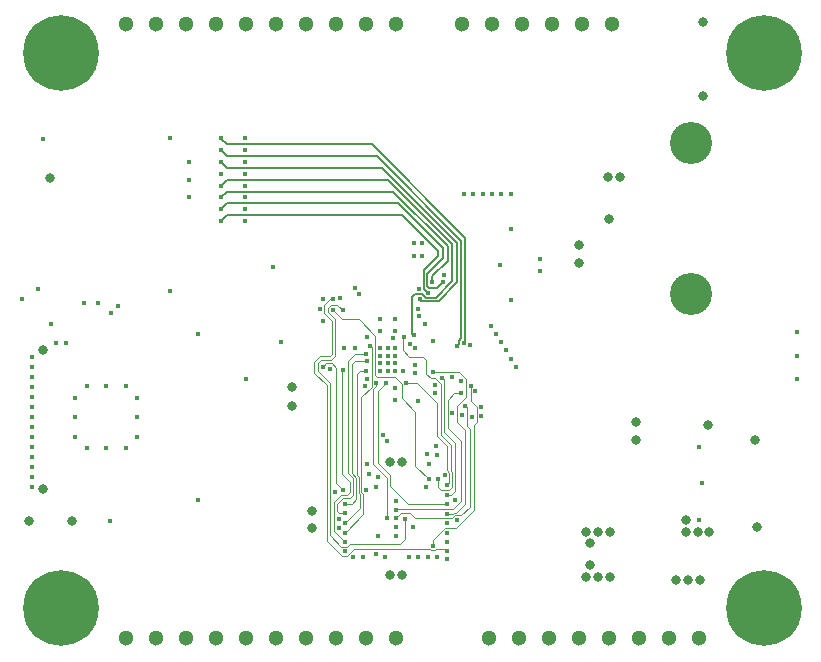
<source format=gbr>
%TF.GenerationSoftware,KiCad,Pcbnew,(6.0.10)*%
%TF.CreationDate,2023-06-21T21:11:03+02:00*%
%TF.ProjectId,FOX-PDA-v1,464f582d-5044-4412-9d76-312e6b696361,rev?*%
%TF.SameCoordinates,Original*%
%TF.FileFunction,Copper,L4,Inr*%
%TF.FilePolarity,Positive*%
%FSLAX46Y46*%
G04 Gerber Fmt 4.6, Leading zero omitted, Abs format (unit mm)*
G04 Created by KiCad (PCBNEW (6.0.10)) date 2023-06-21 21:11:03*
%MOMM*%
%LPD*%
G01*
G04 APERTURE LIST*
%TA.AperFunction,ComponentPad*%
%ADD10C,0.800000*%
%TD*%
%TA.AperFunction,ComponentPad*%
%ADD11C,6.400000*%
%TD*%
%TA.AperFunction,ComponentPad*%
%ADD12C,1.300000*%
%TD*%
%TA.AperFunction,ComponentPad*%
%ADD13C,3.570000*%
%TD*%
%TA.AperFunction,ViaPad*%
%ADD14C,0.450000*%
%TD*%
%TA.AperFunction,ViaPad*%
%ADD15C,0.800000*%
%TD*%
%TA.AperFunction,Conductor*%
%ADD16C,0.127000*%
%TD*%
%TA.AperFunction,Conductor*%
%ADD17C,0.090000*%
%TD*%
G04 APERTURE END LIST*
D10*
%TO.N,unconnected-(H2-Pad1)*%
%TO.C,H2*%
X179100000Y-70000000D03*
X183900000Y-70000000D03*
D11*
X181500000Y-70000000D03*
D10*
X181500000Y-67600000D03*
X179802944Y-68302944D03*
X183197056Y-71697056D03*
X183197056Y-68302944D03*
X181500000Y-72400000D03*
X179802944Y-71697056D03*
%TD*%
D12*
%TO.N,PF11*%
%TO.C,J6*%
X150360000Y-119500000D03*
%TO.N,PC5*%
X147820000Y-119500000D03*
%TO.N,PB0*%
X145280000Y-119500000D03*
%TO.N,PA5*%
X142740000Y-119500000D03*
%TO.N,PB1*%
X140200000Y-119500000D03*
%TO.N,PA6*%
X137660000Y-119500000D03*
%TO.N,PA7*%
X135120000Y-119500000D03*
%TO.N,PA0*%
X132580000Y-119500000D03*
%TO.N,PA3*%
X130040000Y-119500000D03*
%TO.N,PA2*%
X127500000Y-119500000D03*
%TD*%
%TO.N,PI1*%
%TO.C,J7*%
X156000000Y-67500000D03*
%TO.N,PA10*%
X158540000Y-67500000D03*
%TO.N,PI0*%
X161080000Y-67500000D03*
%TO.N,PA9*%
X163620000Y-67500000D03*
%TO.N,PC7*%
X166160000Y-67500000D03*
%TO.N,PG8*%
X168700000Y-67500000D03*
%TD*%
%TO.N,PB5*%
%TO.C,J5*%
X127500000Y-67500000D03*
%TO.N,PG15*%
X130040000Y-67500000D03*
%TO.N,PG14*%
X132580000Y-67500000D03*
%TO.N,PG12*%
X135120000Y-67500000D03*
%TO.N,PG13*%
X137660000Y-67500000D03*
%TO.N,PG11*%
X140200000Y-67500000D03*
%TO.N,PB4*%
X142740000Y-67500000D03*
%TO.N,PG10*%
X145280000Y-67500000D03*
%TO.N,PD6*%
X147820000Y-67500000D03*
%TO.N,PI3*%
X150360000Y-67500000D03*
%TD*%
D10*
%TO.N,unconnected-(H1-Pad1)*%
%TO.C,H1*%
X181500000Y-114600000D03*
X183197056Y-118697056D03*
X179802944Y-118697056D03*
X181500000Y-119400000D03*
X179802944Y-115302944D03*
D11*
X181500000Y-117000000D03*
D10*
X183197056Y-115302944D03*
X183900000Y-117000000D03*
X179100000Y-117000000D03*
%TD*%
%TO.N,unconnected-(H3-Pad1)*%
%TO.C,H3*%
X123697056Y-118697056D03*
X124400000Y-117000000D03*
X120302944Y-118697056D03*
X119600000Y-117000000D03*
X122000000Y-119400000D03*
D11*
X122000000Y-117000000D03*
D10*
X123697056Y-115302944D03*
X122000000Y-114600000D03*
X120302944Y-115302944D03*
%TD*%
D11*
%TO.N,unconnected-(H4-Pad1)*%
%TO.C,H4*%
X122000000Y-70000000D03*
D10*
X124400000Y-70000000D03*
X120302944Y-68302944D03*
X122000000Y-72400000D03*
X123697056Y-71697056D03*
X120302944Y-71697056D03*
X119600000Y-70000000D03*
X123697056Y-68302944D03*
X122000000Y-67600000D03*
%TD*%
D12*
%TO.N,VDD*%
%TO.C,J3*%
X176000000Y-119500000D03*
X173460000Y-119500000D03*
%TO.N,VSS*%
X170920000Y-119500000D03*
X168380000Y-119500000D03*
%TO.N,PB13*%
X165840000Y-119500000D03*
%TO.N,PB11*%
X163300000Y-119500000D03*
%TO.N,PB12*%
X160760000Y-119500000D03*
%TO.N,PB10*%
X158220000Y-119500000D03*
%TD*%
D13*
%TO.N,VSS*%
%TO.C,J1*%
X175320000Y-90400000D03*
X175320000Y-77600000D03*
%TD*%
D14*
%TO.N,VCAP2*%
X153493750Y-94381250D03*
D15*
%TO.N,VDD*%
X143250000Y-110187500D03*
D14*
X144225000Y-92675000D03*
X160100000Y-90887500D03*
X137560000Y-81200000D03*
X135580000Y-80200000D03*
X137560000Y-82200000D03*
D15*
X168500000Y-110500000D03*
X167500000Y-110500000D03*
D14*
X126175000Y-109600000D03*
X146912500Y-94950000D03*
X150325000Y-99337500D03*
X149025000Y-92512500D03*
X147920000Y-97550000D03*
X150325000Y-92512500D03*
X162600000Y-88400000D03*
X137560000Y-83200000D03*
X137560000Y-84200000D03*
D15*
X149862500Y-104575000D03*
D14*
X151950000Y-96412500D03*
X148050000Y-105600000D03*
D15*
X150862500Y-114175000D03*
D14*
X123975000Y-91155000D03*
X137560000Y-79200000D03*
D15*
X166800000Y-111500000D03*
D14*
X137560000Y-77200000D03*
D15*
X166500000Y-110500000D03*
D14*
X125125000Y-91150000D03*
X137560000Y-78200000D03*
D15*
X122925000Y-109600000D03*
X141550000Y-99825000D03*
%TO.N,VSS*%
X176900000Y-110500000D03*
X175900000Y-110500000D03*
D14*
X124175000Y-103400000D03*
X132810000Y-80700000D03*
X150325000Y-94950000D03*
X149025000Y-96900000D03*
X119575000Y-99100000D03*
X127475000Y-103400000D03*
D15*
X141550000Y-98275000D03*
D14*
X151550000Y-94575000D03*
X143900000Y-91625000D03*
X132810000Y-79200000D03*
D15*
X150862500Y-104575000D03*
D14*
X152320000Y-89920000D03*
X145550000Y-110175000D03*
X154450000Y-88750000D03*
X150325000Y-98362500D03*
D15*
X119325000Y-109600000D03*
X167500000Y-114300000D03*
D14*
X149675000Y-96900000D03*
X119575000Y-100800000D03*
X125825000Y-98200000D03*
D15*
X169300000Y-80500000D03*
X166800000Y-113300000D03*
D14*
X119575000Y-106750000D03*
X147720000Y-98180000D03*
X123225000Y-100800000D03*
X118725000Y-90800000D03*
X144150000Y-90825000D03*
X124175000Y-98200000D03*
X176000000Y-103300000D03*
X160100000Y-84900000D03*
X149675000Y-95600000D03*
X128425000Y-100800000D03*
X125825000Y-103400000D03*
D15*
X166500000Y-114300000D03*
D14*
X156650000Y-94700000D03*
X119575000Y-98250000D03*
X184300000Y-93600000D03*
X176300000Y-106400000D03*
X132810000Y-82200000D03*
X151950000Y-94950000D03*
D15*
X165875000Y-86225000D03*
D14*
X184300000Y-95600000D03*
X131275000Y-77175000D03*
X150325000Y-93487500D03*
X150325000Y-95600000D03*
X155400000Y-107800000D03*
X119575000Y-99950000D03*
X155500000Y-109525000D03*
X149675000Y-96250000D03*
X133575000Y-93800000D03*
D15*
X168300000Y-80500000D03*
D14*
X137700000Y-97600000D03*
X151850000Y-110125000D03*
D15*
X174900000Y-110500000D03*
D14*
X176000000Y-109500000D03*
X149675000Y-94950000D03*
X150325000Y-96250000D03*
X120500000Y-77275000D03*
X145250000Y-107150000D03*
X123225000Y-102450000D03*
D15*
X176400000Y-67350000D03*
D14*
X119575000Y-103350000D03*
X145550000Y-109425000D03*
D15*
X149862500Y-114175000D03*
D14*
X149025000Y-96250000D03*
X119575000Y-97400000D03*
D15*
X176800000Y-101500000D03*
D14*
X154500000Y-105675000D03*
X123225000Y-99150000D03*
D15*
X168400000Y-84000000D03*
X121040000Y-80530000D03*
D14*
X119575000Y-102500000D03*
D15*
X180800000Y-102700000D03*
D14*
X119575000Y-105900000D03*
X122425000Y-94550000D03*
D15*
X176400000Y-73650000D03*
D14*
X128425000Y-99150000D03*
X150975000Y-96900000D03*
X145650000Y-90725000D03*
X119575000Y-104200000D03*
X127475000Y-98200000D03*
X128425000Y-102450000D03*
D15*
X168500000Y-114300000D03*
D14*
X140000000Y-88100000D03*
X157600000Y-99950000D03*
X131275000Y-90125000D03*
X149025000Y-93487500D03*
D15*
X120475000Y-106850000D03*
D14*
X145937500Y-94950000D03*
D15*
X143225000Y-108712500D03*
D14*
X149025000Y-95600000D03*
X157600000Y-100675000D03*
X119575000Y-95700000D03*
X150325000Y-96900000D03*
X137560000Y-80200000D03*
X119575000Y-101650000D03*
X119575000Y-105050000D03*
D15*
X174950000Y-109500000D03*
D14*
X121575000Y-94550000D03*
D15*
X180900000Y-110100000D03*
D14*
X133575000Y-107800000D03*
X157100000Y-98625000D03*
X154700000Y-112775000D03*
X149025000Y-94950000D03*
D15*
X170725000Y-102725000D03*
D14*
X120025000Y-89950000D03*
X147900000Y-94000000D03*
D15*
X120525000Y-95100000D03*
D14*
X184300000Y-97600000D03*
X121125000Y-92900000D03*
X140600000Y-94400000D03*
X162592500Y-87407500D03*
X119575000Y-96550000D03*
X152950000Y-106725000D03*
%TO.N,SDMMC_CK*%
X152370000Y-90840000D03*
X135550000Y-79200000D03*
%TO.N,SDMMC_D3*%
X153450000Y-89350000D03*
X135550000Y-82200000D03*
%TO.N,SDMMC_D2*%
X154350000Y-89350000D03*
X135550000Y-83200000D03*
%TO.N,SDMMC_CMD*%
X135550000Y-81200000D03*
X151875000Y-93875000D03*
%TO.N,SDMMC_D1*%
X156100000Y-94500000D03*
X135550000Y-77200000D03*
%TO.N,SDMMC_D0*%
X155550000Y-94750000D03*
X135550000Y-78200000D03*
%TO.N,PSRAM_A19*%
X145050000Y-90825000D03*
X154662500Y-112175000D03*
%TO.N,PSRAM_NBL1*%
X146912500Y-89912500D03*
X146762500Y-112675000D03*
%TO.N,PSRAM_NBL0*%
X147562500Y-112675000D03*
X147237500Y-90400000D03*
%TO.N,PSRAM_CE#*%
X152193750Y-91618750D03*
X147940000Y-104780000D03*
%TO.N,PSRAM_A20*%
X153162500Y-106075000D03*
X145050000Y-91725000D03*
%TO.N,PSRAM_A21*%
X151100000Y-109387500D03*
X145850000Y-91775000D03*
%TO.N,PSRAM_DQ2*%
X152356250Y-92268750D03*
X148880000Y-105870000D03*
%TO.N,PSRAM_WE#*%
X151050000Y-94060000D03*
X153962500Y-106075000D03*
%TO.N,PSRAM_DQ3*%
X152843750Y-92918750D03*
X150362500Y-107875000D03*
%TO.N,PSRAM_OE#*%
X146062500Y-112175000D03*
X150110000Y-94070000D03*
%TO.N,PSRAM_A0*%
X148200000Y-94750000D03*
X146062500Y-110575000D03*
%TO.N,PSRAM_A2*%
X144150000Y-96575000D03*
X145850000Y-106950000D03*
%TO.N,PSRAM_A1*%
X146050000Y-108950000D03*
X147837500Y-95487500D03*
%TO.N,NRST*%
X159175000Y-87900000D03*
X144750000Y-96725000D03*
%TO.N,PSRAM_A3*%
X145875000Y-96800000D03*
X146062500Y-111375000D03*
%TO.N,PSRAM_A4*%
X147887500Y-96087500D03*
X146050000Y-108150000D03*
%TO.N,PSRAM_A5*%
X147820000Y-96890000D03*
X146062500Y-109775000D03*
%TO.N,PSRAM_A15*%
X153493750Y-96981250D03*
X154662500Y-108975000D03*
%TO.N,PSRAM_A14*%
X155100000Y-97375000D03*
X151462500Y-112675000D03*
%TO.N,PSRAM_A13*%
X154662500Y-107375000D03*
X154306250Y-97468750D03*
%TO.N,PSRAM_DQ1*%
X153656250Y-98118750D03*
X148650000Y-106720000D03*
%TO.N,PSRAM_A12*%
X154662500Y-110575000D03*
X155850000Y-97725000D03*
%TO.N,PSRAM_A11*%
X154662500Y-106575000D03*
X151250000Y-97875000D03*
%TO.N,PSRAM_DQ0*%
X147850000Y-106975000D03*
X153656250Y-98768750D03*
%TO.N,PSRAM_A18*%
X153500000Y-111675000D03*
X156700000Y-98175000D03*
%TO.N,PSRAM_A7*%
X148700000Y-97875000D03*
X149612500Y-109375000D03*
%TO.N,PSRAM_A10*%
X154662500Y-108175000D03*
X149537500Y-97887500D03*
%TO.N,PSRAM_DQ10*%
X152193750Y-99418750D03*
X148862500Y-110875000D03*
%TO.N,PSRAM_A17*%
X150350000Y-109375000D03*
X156250000Y-99825000D03*
%TO.N,PSRAM_A16*%
X155900000Y-98775000D03*
X150350000Y-108625000D03*
%TO.N,PSRAM_DQ15*%
X153862500Y-112675000D03*
X156800000Y-100800000D03*
%TO.N,PSRAM_A9*%
X154662500Y-109775000D03*
X149600000Y-102825000D03*
%TO.N,PSRAM_DQ8*%
X148700000Y-112400000D03*
X153000000Y-103950000D03*
%TO.N,PSRAM_DQ11*%
X150362500Y-110125000D03*
X153800000Y-103250000D03*
%TO.N,PSRAM_DQ14*%
X155150000Y-100425000D03*
X152262500Y-112675000D03*
%TO.N,PSRAM_DQ13*%
X155950000Y-100650000D03*
X153062500Y-112675000D03*
%TO.N,PSRAM_A8*%
X154662500Y-111375000D03*
X149250000Y-102275000D03*
%TO.N,PSRAM_DQ9*%
X149450000Y-112675000D03*
X153200000Y-104775000D03*
%TO.N,PSRAM_DQ12*%
X150362500Y-110875000D03*
X153850000Y-104050000D03*
%TO.N,VCAP1*%
X151950000Y-97065000D03*
%TO.N,WIFI_UART_TX*%
X126250000Y-92025000D03*
X126850000Y-91425000D03*
D15*
%TO.N,VCC*%
X165875000Y-87775000D03*
X176100000Y-114600000D03*
X170725000Y-101175000D03*
X174100000Y-114600000D03*
X175100000Y-114600000D03*
D14*
%TO.N,SDMMC_SW*%
X153100000Y-90300000D03*
X135550000Y-84200000D03*
%TO.N,PD6*%
X151875000Y-87150000D03*
X151875000Y-86075000D03*
%TO.N,PI3*%
X152550000Y-87150000D03*
X152550000Y-86075000D03*
%TO.N,PI1*%
X158400000Y-93100000D03*
X156100000Y-81900000D03*
%TO.N,PA10*%
X158800000Y-93800000D03*
X156900000Y-81900000D03*
%TO.N,PI0*%
X157700000Y-81900000D03*
X159300000Y-94450000D03*
%TO.N,PA9*%
X158500000Y-81900000D03*
X159700000Y-95150000D03*
%TO.N,PC7*%
X159300000Y-81900000D03*
X160100000Y-95900000D03*
%TO.N,PG8*%
X160100000Y-81900000D03*
X160550000Y-96600000D03*
%TD*%
D16*
%TO.N,SDMMC_CK*%
X149200000Y-79700000D02*
X136050000Y-79700000D01*
X152370000Y-90840000D02*
X152501500Y-90971500D01*
X136050000Y-79700000D02*
X135550000Y-79200000D01*
X152501500Y-90971500D02*
X153978500Y-90971500D01*
X153978500Y-90971500D02*
X155550000Y-89400000D01*
X155550000Y-86050000D02*
X149200000Y-79700000D01*
X155550000Y-89400000D02*
X155550000Y-86050000D01*
%TO.N,SDMMC_D3*%
X154750000Y-87550000D02*
X153450000Y-88850000D01*
X136050000Y-81700000D02*
X150150000Y-81700000D01*
X153450000Y-88850000D02*
X153450000Y-89350000D01*
X154750000Y-86300000D02*
X154750000Y-87550000D01*
X150150000Y-81700000D02*
X154750000Y-86300000D01*
X135550000Y-82200000D02*
X136050000Y-81700000D01*
%TO.N,SDMMC_D2*%
X153032500Y-88667500D02*
X154350000Y-87350000D01*
X154350000Y-87350000D02*
X154350000Y-86500000D01*
X154350000Y-86500000D02*
X150550000Y-82700000D01*
X153850000Y-89850000D02*
X153150000Y-89850000D01*
X136050000Y-82700000D02*
X135550000Y-83200000D01*
X153150000Y-89850000D02*
X153032500Y-89732500D01*
X154350000Y-89350000D02*
X153850000Y-89850000D01*
X153032500Y-89732500D02*
X153032500Y-88667500D01*
X150550000Y-82700000D02*
X136050000Y-82700000D01*
%TO.N,SDMMC_CMD*%
X152682500Y-90462500D02*
X152682500Y-90472935D01*
X151980000Y-90410000D02*
X152630000Y-90410000D01*
X152630000Y-90410000D02*
X152682500Y-90462500D01*
X155150000Y-89300000D02*
X155150000Y-86131580D01*
X151750000Y-90640000D02*
X151980000Y-90410000D01*
X136050000Y-80700000D02*
X135550000Y-81200000D01*
X151875000Y-93875000D02*
X151750000Y-93750000D01*
X152927065Y-90717500D02*
X153732500Y-90717500D01*
X151750000Y-93750000D02*
X151750000Y-90640000D01*
X153732500Y-90717500D02*
X155150000Y-89300000D01*
X155150000Y-86131580D02*
X149718420Y-80700000D01*
X152682500Y-90472935D02*
X152927065Y-90717500D01*
X149718420Y-80700000D02*
X136050000Y-80700000D01*
%TO.N,SDMMC_D1*%
X148300000Y-77700000D02*
X156250000Y-85650000D01*
X156250000Y-85650000D02*
X156250000Y-94350000D01*
X136035000Y-77700000D02*
X148300000Y-77700000D01*
X156250000Y-94350000D02*
X156100000Y-94500000D01*
X135550000Y-77225000D02*
X136025000Y-77700000D01*
X135550000Y-77200000D02*
X135550000Y-77225000D01*
%TO.N,SDMMC_D0*%
X155682500Y-94327065D02*
X155900000Y-94109565D01*
X155550000Y-94750000D02*
X155682500Y-94617500D01*
X155900000Y-94109565D02*
X155900000Y-85853950D01*
X155682500Y-94617500D02*
X155682500Y-94327065D01*
X136050000Y-78700000D02*
X135550000Y-78200000D01*
X148746050Y-78700000D02*
X136050000Y-78700000D01*
X155900000Y-85853950D02*
X148746050Y-78700000D01*
D17*
%TO.N,PSRAM_A19*%
X144750000Y-90825000D02*
X145050000Y-90825000D01*
X143950000Y-95625000D02*
X144795851Y-95625000D01*
X144500000Y-98079149D02*
X143450000Y-97029149D01*
X144300000Y-91275000D02*
X144750000Y-90825000D01*
X144300000Y-92025000D02*
X144300000Y-91275000D01*
X144950000Y-95470851D02*
X144950000Y-92675000D01*
X146825000Y-112000000D02*
X146250000Y-112575000D01*
X146250000Y-112575000D02*
X145800000Y-112575000D01*
X153665272Y-112074000D02*
X153334728Y-112074000D01*
X143450000Y-96125000D02*
X143950000Y-95625000D01*
X154662500Y-112175000D02*
X154487500Y-112000000D01*
X144500000Y-111275000D02*
X144500000Y-98079149D01*
X143450000Y-97029149D02*
X143450000Y-96125000D01*
X154487500Y-112000000D02*
X153739272Y-112000000D01*
X144795851Y-95625000D02*
X144950000Y-95470851D01*
X144950000Y-92675000D02*
X144300000Y-92025000D01*
X153334728Y-112074000D02*
X153260728Y-112000000D01*
X145800000Y-112575000D02*
X144500000Y-111275000D01*
X153260728Y-112000000D02*
X146825000Y-112000000D01*
X153739272Y-112000000D02*
X153665272Y-112074000D01*
%TO.N,PSRAM_A20*%
X147200000Y-92475000D02*
X145800000Y-92475000D01*
X148626000Y-93901000D02*
X147200000Y-92475000D01*
X148626000Y-97251000D02*
X148626000Y-93901000D01*
X150850000Y-98025000D02*
X150250000Y-97425000D01*
X150250000Y-97425000D02*
X148800000Y-97425000D01*
X152000000Y-104912500D02*
X152000000Y-100375000D01*
X152000000Y-100375000D02*
X150850000Y-99225000D01*
X150850000Y-99225000D02*
X150850000Y-98025000D01*
X148800000Y-97425000D02*
X148626000Y-97251000D01*
X145800000Y-92475000D02*
X145050000Y-91725000D01*
X153162500Y-106075000D02*
X152000000Y-104912500D01*
%TO.N,PSRAM_A21*%
X144050000Y-95925000D02*
X144900000Y-95925000D01*
X143750000Y-96875000D02*
X143750000Y-96225000D01*
X144850000Y-91325000D02*
X145400000Y-91325000D01*
X144651000Y-91524000D02*
X144850000Y-91325000D01*
X144651000Y-91890272D02*
X144651000Y-91524000D01*
X143750000Y-96225000D02*
X144050000Y-95925000D01*
X144900000Y-95925000D02*
X145232000Y-95593000D01*
X144800000Y-110825000D02*
X144800000Y-97925000D01*
X151100000Y-111125000D02*
X150675000Y-111550000D01*
X151100000Y-109387500D02*
X151100000Y-111125000D01*
X145400000Y-91325000D02*
X145850000Y-91775000D01*
X146451772Y-111550000D02*
X146227772Y-111774000D01*
X145232000Y-95593000D02*
X145232000Y-92471272D01*
X146227772Y-111774000D02*
X145749000Y-111774000D01*
X145232000Y-92471272D02*
X144651000Y-91890272D01*
X144800000Y-97925000D02*
X143750000Y-96875000D01*
X150675000Y-111550000D02*
X146451772Y-111550000D01*
X145749000Y-111774000D02*
X144800000Y-110825000D01*
%TO.N,PSRAM_WE#*%
X153962500Y-106750000D02*
X153962500Y-106075000D01*
X153300000Y-97525000D02*
X153700000Y-97525000D01*
X154187500Y-106975000D02*
X153962500Y-106750000D01*
X154164000Y-97989000D02*
X154164000Y-102289000D01*
X154850000Y-106975000D02*
X154187500Y-106975000D01*
X151050000Y-94060000D02*
X150950000Y-94160000D01*
X152950000Y-97175000D02*
X153300000Y-97525000D01*
X152950000Y-95925000D02*
X152950000Y-97175000D01*
X155050000Y-105352429D02*
X155117000Y-105419429D01*
X150950000Y-94160000D02*
X150950000Y-95125000D01*
X155050000Y-103175000D02*
X155050000Y-105352429D01*
X155117000Y-105419429D02*
X155117000Y-106708000D01*
X154164000Y-102289000D02*
X155050000Y-103175000D01*
X150950000Y-95125000D02*
X151500000Y-95675000D01*
X153700000Y-97525000D02*
X154164000Y-97989000D01*
X151500000Y-95675000D02*
X152700000Y-95675000D01*
X152700000Y-95675000D02*
X152950000Y-95925000D01*
X155117000Y-106708000D02*
X154850000Y-106975000D01*
%TO.N,PSRAM_A0*%
X147600000Y-107289272D02*
X147600000Y-109037500D01*
X148350000Y-97660728D02*
X148301000Y-97709728D01*
X148350000Y-94900000D02*
X148350000Y-97660728D01*
X148200000Y-94750000D02*
X148350000Y-94900000D01*
X147600000Y-109037500D02*
X146062500Y-110575000D01*
X148301000Y-98040272D02*
X148350000Y-98089272D01*
X148301000Y-97709728D02*
X148301000Y-98040272D01*
X147450000Y-107139272D02*
X147600000Y-107289272D01*
X147450000Y-99125000D02*
X147450000Y-107139272D01*
X148350000Y-98225000D02*
X147450000Y-99125000D01*
X148350000Y-98089272D02*
X148350000Y-98225000D01*
%TO.N,PSRAM_A2*%
X145300000Y-96625000D02*
X144925000Y-96250000D01*
X145300000Y-106400000D02*
X145300000Y-96625000D01*
X144475000Y-96250000D02*
X144150000Y-96575000D01*
X144925000Y-96250000D02*
X144475000Y-96250000D01*
X145850000Y-106950000D02*
X145300000Y-106400000D01*
%TO.N,PSRAM_A1*%
X145550000Y-108950000D02*
X146050000Y-108950000D01*
X146879202Y-95487500D02*
X146314000Y-96052702D01*
X146314000Y-96052702D02*
X146314000Y-105547298D01*
X146314000Y-105547298D02*
X146750000Y-105983298D01*
X146750000Y-105983298D02*
X146750000Y-107400000D01*
X146750000Y-107400000D02*
X146500000Y-107650000D01*
X145350000Y-108150000D02*
X145350000Y-108750000D01*
X145350000Y-108750000D02*
X145550000Y-108950000D01*
X147837500Y-95487500D02*
X146879202Y-95487500D01*
X146500000Y-107650000D02*
X145850000Y-107650000D01*
X145850000Y-107650000D02*
X145350000Y-108150000D01*
%TO.N,PSRAM_A3*%
X145800000Y-105625000D02*
X146500000Y-106325000D01*
X145100000Y-110412500D02*
X146062500Y-111375000D01*
X145100000Y-108000000D02*
X145100000Y-110412500D01*
X146250000Y-107400000D02*
X145700000Y-107400000D01*
X145875000Y-96800000D02*
X145800000Y-96875000D01*
X145700000Y-107400000D02*
X145100000Y-108000000D01*
X146500000Y-106325000D02*
X146500000Y-107150000D01*
X146500000Y-107150000D02*
X146250000Y-107400000D01*
X145800000Y-96875000D02*
X145800000Y-105625000D01*
%TO.N,PSRAM_A4*%
X147014000Y-105939000D02*
X146650000Y-105575000D01*
X146050000Y-108150000D02*
X146625000Y-108150000D01*
X146625000Y-108150000D02*
X147014000Y-107761000D01*
X146887500Y-96087500D02*
X147887500Y-96087500D01*
X147014000Y-107761000D02*
X147014000Y-105939000D01*
X146650000Y-96325000D02*
X146887500Y-96087500D01*
X146650000Y-105575000D02*
X146650000Y-96325000D01*
%TO.N,PSRAM_A5*%
X147232000Y-107229571D02*
X147300000Y-107297571D01*
X147820000Y-96890000D02*
X147285000Y-96890000D01*
X147050000Y-105666701D02*
X147232000Y-105848701D01*
X147050000Y-97125000D02*
X147050000Y-105666701D01*
X147232000Y-105848701D02*
X147232000Y-107229571D01*
X147300000Y-107297571D02*
X147300000Y-108537500D01*
X147285000Y-96890000D02*
X147050000Y-97125000D01*
X147300000Y-108537500D02*
X146062500Y-109775000D01*
%TO.N,PSRAM_A15*%
X156200000Y-101900000D02*
X155551000Y-101251000D01*
X156300000Y-97600000D02*
X155676000Y-96976000D01*
X156300000Y-99101772D02*
X156300000Y-97600000D01*
X155177429Y-108975000D02*
X155244429Y-108908000D01*
X155244429Y-108908000D02*
X155417000Y-108908000D01*
X155551000Y-99850772D02*
X156300000Y-99101772D01*
X155417000Y-108908000D02*
X156200000Y-108125000D01*
X155676000Y-96976000D02*
X153499000Y-96976000D01*
X156200000Y-108125000D02*
X156200000Y-101900000D01*
X153499000Y-96976000D02*
X153493750Y-96981250D01*
X155551000Y-101251000D02*
X155551000Y-99850772D01*
X154662500Y-108975000D02*
X155177429Y-108975000D01*
%TO.N,PSRAM_A13*%
X154662500Y-107375000D02*
X155050000Y-107375000D01*
X155050000Y-107375000D02*
X155400000Y-107025000D01*
X154450000Y-102025000D02*
X154450000Y-97612500D01*
X155400000Y-107025000D02*
X155400000Y-102975000D01*
X154450000Y-97612500D02*
X154306250Y-97468750D01*
X155400000Y-102975000D02*
X154450000Y-102025000D01*
%TO.N,PSRAM_A11*%
X153850000Y-99612500D02*
X153850000Y-102399894D01*
X153850000Y-102399894D02*
X154700000Y-103249894D01*
X154700000Y-103249894D02*
X154700000Y-105310728D01*
X152112500Y-97875000D02*
X153850000Y-99612500D01*
X154899000Y-106338500D02*
X154662500Y-106575000D01*
X151250000Y-97875000D02*
X152112500Y-97875000D01*
X154700000Y-105310728D02*
X154899000Y-105509728D01*
X154899000Y-105509728D02*
X154899000Y-106338500D01*
%TO.N,PSRAM_A18*%
X153500000Y-111173228D02*
X154497228Y-110176000D01*
X156700000Y-99475000D02*
X156700000Y-98175000D01*
X157000000Y-108625000D02*
X157000000Y-101450000D01*
X157200000Y-99975000D02*
X156700000Y-99475000D01*
X154497228Y-110176000D02*
X155449000Y-110176000D01*
X157000000Y-101450000D02*
X157200000Y-101250000D01*
X157200000Y-101250000D02*
X157200000Y-99975000D01*
X155449000Y-110176000D02*
X157000000Y-108625000D01*
X153500000Y-111675000D02*
X153500000Y-111173228D01*
%TO.N,PSRAM_A7*%
X148450000Y-104775001D02*
X148450000Y-98433299D01*
X149610000Y-105935001D02*
X148450000Y-104775001D01*
X148700000Y-98183299D02*
X148700000Y-97875000D01*
X148450000Y-98433299D02*
X148700000Y-98183299D01*
X149610000Y-109372500D02*
X149610000Y-105935001D01*
X149612500Y-109375000D02*
X149610000Y-109372500D01*
%TO.N,PSRAM_A10*%
X149537500Y-97887500D02*
X148850000Y-98575000D01*
X149900000Y-106675000D02*
X151400000Y-108175000D01*
X148850000Y-104675000D02*
X149900000Y-105725000D01*
X149900000Y-105725000D02*
X149900000Y-106675000D01*
X151400000Y-108175000D02*
X154662500Y-108175000D01*
X148850000Y-98575000D02*
X148850000Y-104675000D01*
%TO.N,PSRAM_A17*%
X156600000Y-101800000D02*
X156600000Y-108375000D01*
X156351000Y-101551000D02*
X156600000Y-101800000D01*
X151550000Y-108925000D02*
X150800000Y-108925000D01*
X152000000Y-109375000D02*
X151550000Y-108925000D01*
X150800000Y-108925000D02*
X150350000Y-109375000D01*
X155849000Y-109126000D02*
X155334728Y-109126000D01*
X156351000Y-99926000D02*
X156351000Y-101551000D01*
X156250000Y-99825000D02*
X156351000Y-99926000D01*
X156600000Y-108375000D02*
X155849000Y-109126000D01*
X155085728Y-109375000D02*
X152000000Y-109375000D01*
X155334728Y-109126000D02*
X155085728Y-109375000D01*
%TO.N,PSRAM_A16*%
X154750000Y-101725000D02*
X154750000Y-99325000D01*
X154750000Y-99325000D02*
X155300000Y-98775000D01*
X155201000Y-108574000D02*
X155850000Y-107925000D01*
X150401000Y-108574000D02*
X155201000Y-108574000D01*
X150350000Y-108625000D02*
X150401000Y-108574000D01*
X155300000Y-98775000D02*
X155900000Y-98775000D01*
X155850000Y-107925000D02*
X155850000Y-102825000D01*
X155850000Y-102825000D02*
X154750000Y-101725000D01*
D16*
%TO.N,SDMMC_SW*%
X136050000Y-83700000D02*
X150900000Y-83700000D01*
X152778500Y-88321500D02*
X152778500Y-89978500D01*
X150900000Y-83700000D02*
X153950000Y-86750000D01*
X135550000Y-84200000D02*
X136050000Y-83700000D01*
X153950000Y-86750000D02*
X153950000Y-87150000D01*
X153950000Y-87150000D02*
X152778500Y-88321500D01*
X152778500Y-89978500D02*
X153100000Y-90300000D01*
%TD*%
M02*

</source>
